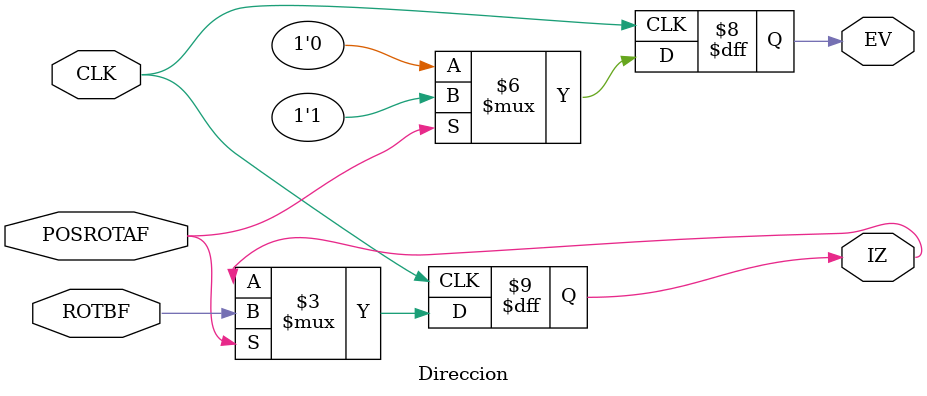
<source format=v>
`timescale 1ns / 1ps
module Direccion(CLK,POSROTAF,ROTBF,EV,IZ);
	input CLK,ROTBF,POSROTAF;
	output reg EV,IZ;
	

	
	always@(posedge CLK)
		begin
			if(POSROTAF)
				begin
					EV=1;
					IZ=ROTBF;
				end
			else
				begin
					EV=0;
					IZ=IZ;
				end
		end
	
endmodule

</source>
